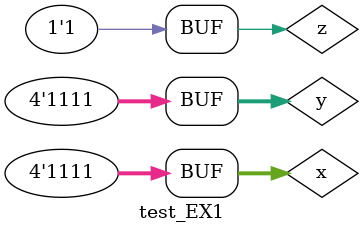
<source format=v>


module C1 (output s, input f1, input f2);

xor XOR1 (s,f1,f2); 

endmodule // C1

module Adder (output s1, output s2, input a, input b);

xor XOR1 (s2,a,b);
and AND1 (s1,a,b);				 				

endmodule // Adder

module  FullAdder (output s3, output s4,input e1, input e2, input c);
wire p1, p2,p3;

Adder HA1 (p1,p2,e1,e2);
Adder HA2 (s3,p3,p1,c);
xor XOR1 (s4,p3,p2);

endmodule // FullAdder

module Selecionador (output [4:0]s,input[3:0] a,
                     input[3:0] b, input carry);
wire  w1,w2,w3,w4,p1,p2,p3,p4;

C1 c1 (w1,b[0],carry);
C1 c2 (w2,b[1],carry);
C1 c3 (w3,b[2],carry);
C1 c4 (w4,b[3],carry);
FullAdder FU1 (s[0],p1,a[0],w1,carry);
FullAdder FU2 (s[1],p2,a[1],w2,p1);
FullAdder FU3 (s[2],p3,a[2],w3,p2);
FullAdder FU4 (s[3],p4,a[3],w4,p3);
C1 c5 (s[4],p4,carry);

endmodule // Selecionador

module test_EX1; 

// ------------------------- definir dados 

reg[3:0] x, y;
reg z;  
wire[4:0] p;

Selecionador modulo (p, x, y, z); 

// ------------------------- parte principal 

initial begin 
$display("Exemplo0032 - Luhan Mairinck Reis - 446987"); 
$display("Test LU's module"); 

x = 4'b0000; y = 4'b0000; z = 'b0;

// projetar testes do modulo 
#1 $display("\n a    b   carry   s"); 
#1 $monitor("%4b %4b   %b   %4b" ,x,y,z,p); 

#1 x = 4'b0001; y = 4'b0000; z = 'b0;
#1 x = 4'b0001; y = 4'b0001; z = 'b0;
#1 x = 4'b0010; y = 4'b0001; z = 'b0;
#1 x = 4'b0010; y = 4'b0010; z = 'b0;
#1 x = 4'b0011; y = 4'b0010; z = 'b0;
#1 x = 4'b0011; y = 4'b0011; z = 'b0;
#1 x = 4'b0100; y = 4'b0011; z = 'b0;
#1 x = 4'b0100; y = 4'b0100; z = 'b0;
#1 x = 4'b0101; y = 4'b0100; z = 'b0;
#1 x = 4'b0101; y = 4'b0101; z = 'b0;
#1 x = 4'b0110; y = 4'b0101; z = 'b0;
#1 x = 4'b0110; y = 4'b0110; z = 'b0;
#1 x = 4'b0111; y = 4'b0110; z = 'b0;
#1 x = 4'b0111; y = 4'b0111; z = 'b1;
#1 x = 4'b1000; y = 4'b0111; z = 'b1;
#1 x = 4'b1000; y = 4'b1000; z = 'b1;
#1 x = 4'b1001; y = 4'b1000; z = 'b1;
#1 x = 4'b1001; y = 4'b1001; z = 'b1;
#1 x = 4'b1010; y = 4'b1001; z = 'b1;
#1 x = 4'b1010; y = 4'b1010; z = 'b1;
#1 x = 4'b1011; y = 4'b1010; z = 'b1;
#1 x = 4'b1011; y = 4'b1011; z = 'b1;
#1 x = 4'b1100; y = 4'b1011; z = 'b1;
#1 x = 4'b1100; y = 4'b1100; z = 'b1;
#1 x = 4'b1101; y = 4'b1100; z = 'b1;
#1 x = 4'b1101; y = 4'b1101; z = 'b1;
#1 x = 4'b1110; y = 4'b1101; z = 'b1;
#1 x = 4'b1110; y = 4'b1110; z = 'b1;
#1 x = 4'b1111; y = 4'b1110; z = 'b1;
#1 x = 4'b1111; y = 4'b1111; z = 'b1;


end 
endmodule // test_EX1 
</source>
